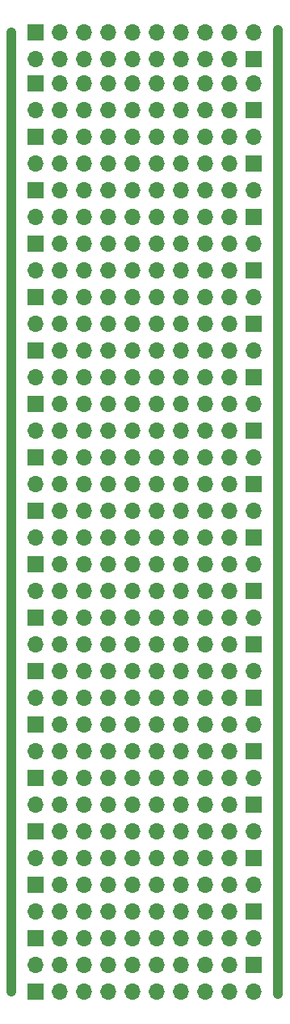
<source format=gbr>
%TF.GenerationSoftware,KiCad,Pcbnew,(5.1.6-0)*%
%TF.CreationDate,2022-12-22T20:14:18-05:00*%
%TF.ProjectId,Test Panel,54657374-2050-4616-9e65-6c2e6b696361,rev?*%
%TF.SameCoordinates,Original*%
%TF.FileFunction,Copper,L1,Top*%
%TF.FilePolarity,Positive*%
%FSLAX46Y46*%
G04 Gerber Fmt 4.6, Leading zero omitted, Abs format (unit mm)*
G04 Created by KiCad (PCBNEW (5.1.6-0)) date 2022-12-22 20:14:18*
%MOMM*%
%LPD*%
G01*
G04 APERTURE LIST*
%TA.AperFunction,ComponentPad*%
%ADD10R,1.700000X1.700000*%
%TD*%
%TA.AperFunction,ComponentPad*%
%ADD11O,1.700000X1.700000*%
%TD*%
%TA.AperFunction,Conductor*%
%ADD12C,1.000000*%
%TD*%
G04 APERTURE END LIST*
D10*
%TO.P,37,1*%
%TO.N,N/C*%
X62230000Y-146304000D03*
D11*
%TO.P,37,2*%
X64770000Y-146304000D03*
%TO.P,37,3*%
X67310000Y-146304000D03*
%TO.P,37,4*%
X69850000Y-146304000D03*
%TO.P,37,5*%
X72390000Y-146304000D03*
%TO.P,37,6*%
X74930000Y-146304000D03*
%TO.P,37,7*%
X77470000Y-146304000D03*
%TO.P,37,8*%
X80010000Y-146304000D03*
%TO.P,37,9*%
X82550000Y-146304000D03*
%TO.P,37,10*%
X85090000Y-146304000D03*
%TD*%
D10*
%TO.P,36,1*%
%TO.N,N/C*%
X85090000Y-143510000D03*
D11*
%TO.P,36,2*%
X82550000Y-143510000D03*
%TO.P,36,3*%
X80010000Y-143510000D03*
%TO.P,36,4*%
X77470000Y-143510000D03*
%TO.P,36,5*%
X74930000Y-143510000D03*
%TO.P,36,6*%
X72390000Y-143510000D03*
%TO.P,36,7*%
X69850000Y-143510000D03*
%TO.P,36,8*%
X67310000Y-143510000D03*
%TO.P,36,9*%
X64770000Y-143510000D03*
%TO.P,36,10*%
X62230000Y-143510000D03*
%TD*%
%TO.P,35,10*%
%TO.N,N/C*%
X85090000Y-140716000D03*
%TO.P,35,9*%
X82550000Y-140716000D03*
%TO.P,35,8*%
X80010000Y-140716000D03*
%TO.P,35,7*%
X77470000Y-140716000D03*
%TO.P,35,6*%
X74930000Y-140716000D03*
%TO.P,35,5*%
X72390000Y-140716000D03*
%TO.P,35,4*%
X69850000Y-140716000D03*
%TO.P,35,3*%
X67310000Y-140716000D03*
%TO.P,35,2*%
X64770000Y-140716000D03*
D10*
%TO.P,35,1*%
X62230000Y-140716000D03*
%TD*%
D11*
%TO.P,34,10*%
%TO.N,N/C*%
X62230000Y-137922000D03*
%TO.P,34,9*%
X64770000Y-137922000D03*
%TO.P,34,8*%
X67310000Y-137922000D03*
%TO.P,34,7*%
X69850000Y-137922000D03*
%TO.P,34,6*%
X72390000Y-137922000D03*
%TO.P,34,5*%
X74930000Y-137922000D03*
%TO.P,34,4*%
X77470000Y-137922000D03*
%TO.P,34,3*%
X80010000Y-137922000D03*
%TO.P,34,2*%
X82550000Y-137922000D03*
D10*
%TO.P,34,1*%
X85090000Y-137922000D03*
%TD*%
D11*
%TO.P,33,10*%
%TO.N,N/C*%
X85090000Y-135128000D03*
%TO.P,33,9*%
X82550000Y-135128000D03*
%TO.P,33,8*%
X80010000Y-135128000D03*
%TO.P,33,7*%
X77470000Y-135128000D03*
%TO.P,33,6*%
X74930000Y-135128000D03*
%TO.P,33,5*%
X72390000Y-135128000D03*
%TO.P,33,4*%
X69850000Y-135128000D03*
%TO.P,33,3*%
X67310000Y-135128000D03*
%TO.P,33,2*%
X64770000Y-135128000D03*
D10*
%TO.P,33,1*%
X62230000Y-135128000D03*
%TD*%
D11*
%TO.P,24,10*%
%TO.N,N/C*%
X62230000Y-109982000D03*
%TO.P,24,9*%
X64770000Y-109982000D03*
%TO.P,24,8*%
X67310000Y-109982000D03*
%TO.P,24,7*%
X69850000Y-109982000D03*
%TO.P,24,6*%
X72390000Y-109982000D03*
%TO.P,24,5*%
X74930000Y-109982000D03*
%TO.P,24,4*%
X77470000Y-109982000D03*
%TO.P,24,3*%
X80010000Y-109982000D03*
%TO.P,24,2*%
X82550000Y-109982000D03*
D10*
%TO.P,24,1*%
X85090000Y-109982000D03*
%TD*%
D11*
%TO.P,23,10*%
%TO.N,N/C*%
X85090000Y-107188000D03*
%TO.P,23,9*%
X82550000Y-107188000D03*
%TO.P,23,8*%
X80010000Y-107188000D03*
%TO.P,23,7*%
X77470000Y-107188000D03*
%TO.P,23,6*%
X74930000Y-107188000D03*
%TO.P,23,5*%
X72390000Y-107188000D03*
%TO.P,23,4*%
X69850000Y-107188000D03*
%TO.P,23,3*%
X67310000Y-107188000D03*
%TO.P,23,2*%
X64770000Y-107188000D03*
D10*
%TO.P,23,1*%
X62230000Y-107188000D03*
%TD*%
D11*
%TO.P,26,10*%
%TO.N,N/C*%
X62230000Y-115570000D03*
%TO.P,26,9*%
X64770000Y-115570000D03*
%TO.P,26,8*%
X67310000Y-115570000D03*
%TO.P,26,7*%
X69850000Y-115570000D03*
%TO.P,26,6*%
X72390000Y-115570000D03*
%TO.P,26,5*%
X74930000Y-115570000D03*
%TO.P,26,4*%
X77470000Y-115570000D03*
%TO.P,26,3*%
X80010000Y-115570000D03*
%TO.P,26,2*%
X82550000Y-115570000D03*
D10*
%TO.P,26,1*%
X85090000Y-115570000D03*
%TD*%
D11*
%TO.P,25,10*%
%TO.N,N/C*%
X85090000Y-112776000D03*
%TO.P,25,9*%
X82550000Y-112776000D03*
%TO.P,25,8*%
X80010000Y-112776000D03*
%TO.P,25,7*%
X77470000Y-112776000D03*
%TO.P,25,6*%
X74930000Y-112776000D03*
%TO.P,25,5*%
X72390000Y-112776000D03*
%TO.P,25,4*%
X69850000Y-112776000D03*
%TO.P,25,3*%
X67310000Y-112776000D03*
%TO.P,25,2*%
X64770000Y-112776000D03*
D10*
%TO.P,25,1*%
X62230000Y-112776000D03*
%TD*%
D11*
%TO.P,30,10*%
%TO.N,N/C*%
X62230000Y-126746000D03*
%TO.P,30,9*%
X64770000Y-126746000D03*
%TO.P,30,8*%
X67310000Y-126746000D03*
%TO.P,30,7*%
X69850000Y-126746000D03*
%TO.P,30,6*%
X72390000Y-126746000D03*
%TO.P,30,5*%
X74930000Y-126746000D03*
%TO.P,30,4*%
X77470000Y-126746000D03*
%TO.P,30,3*%
X80010000Y-126746000D03*
%TO.P,30,2*%
X82550000Y-126746000D03*
D10*
%TO.P,30,1*%
X85090000Y-126746000D03*
%TD*%
D11*
%TO.P,29,10*%
%TO.N,N/C*%
X85090000Y-123952000D03*
%TO.P,29,9*%
X82550000Y-123952000D03*
%TO.P,29,8*%
X80010000Y-123952000D03*
%TO.P,29,7*%
X77470000Y-123952000D03*
%TO.P,29,6*%
X74930000Y-123952000D03*
%TO.P,29,5*%
X72390000Y-123952000D03*
%TO.P,29,4*%
X69850000Y-123952000D03*
%TO.P,29,3*%
X67310000Y-123952000D03*
%TO.P,29,2*%
X64770000Y-123952000D03*
D10*
%TO.P,29,1*%
X62230000Y-123952000D03*
%TD*%
D11*
%TO.P,27,10*%
%TO.N,N/C*%
X85090000Y-118364000D03*
%TO.P,27,9*%
X82550000Y-118364000D03*
%TO.P,27,8*%
X80010000Y-118364000D03*
%TO.P,27,7*%
X77470000Y-118364000D03*
%TO.P,27,6*%
X74930000Y-118364000D03*
%TO.P,27,5*%
X72390000Y-118364000D03*
%TO.P,27,4*%
X69850000Y-118364000D03*
%TO.P,27,3*%
X67310000Y-118364000D03*
%TO.P,27,2*%
X64770000Y-118364000D03*
D10*
%TO.P,27,1*%
X62230000Y-118364000D03*
%TD*%
D11*
%TO.P,32,10*%
%TO.N,N/C*%
X62230000Y-132334000D03*
%TO.P,32,9*%
X64770000Y-132334000D03*
%TO.P,32,8*%
X67310000Y-132334000D03*
%TO.P,32,7*%
X69850000Y-132334000D03*
%TO.P,32,6*%
X72390000Y-132334000D03*
%TO.P,32,5*%
X74930000Y-132334000D03*
%TO.P,32,4*%
X77470000Y-132334000D03*
%TO.P,32,3*%
X80010000Y-132334000D03*
%TO.P,32,2*%
X82550000Y-132334000D03*
D10*
%TO.P,32,1*%
X85090000Y-132334000D03*
%TD*%
D11*
%TO.P,31,10*%
%TO.N,N/C*%
X85090000Y-129540000D03*
%TO.P,31,9*%
X82550000Y-129540000D03*
%TO.P,31,8*%
X80010000Y-129540000D03*
%TO.P,31,7*%
X77470000Y-129540000D03*
%TO.P,31,6*%
X74930000Y-129540000D03*
%TO.P,31,5*%
X72390000Y-129540000D03*
%TO.P,31,4*%
X69850000Y-129540000D03*
%TO.P,31,3*%
X67310000Y-129540000D03*
%TO.P,31,2*%
X64770000Y-129540000D03*
D10*
%TO.P,31,1*%
X62230000Y-129540000D03*
%TD*%
D11*
%TO.P,21,10*%
%TO.N,N/C*%
X85090000Y-101600000D03*
%TO.P,21,9*%
X82550000Y-101600000D03*
%TO.P,21,8*%
X80010000Y-101600000D03*
%TO.P,21,7*%
X77470000Y-101600000D03*
%TO.P,21,6*%
X74930000Y-101600000D03*
%TO.P,21,5*%
X72390000Y-101600000D03*
%TO.P,21,4*%
X69850000Y-101600000D03*
%TO.P,21,3*%
X67310000Y-101600000D03*
%TO.P,21,2*%
X64770000Y-101600000D03*
D10*
%TO.P,21,1*%
X62230000Y-101600000D03*
%TD*%
D11*
%TO.P,22,10*%
%TO.N,N/C*%
X62230000Y-104394000D03*
%TO.P,22,9*%
X64770000Y-104394000D03*
%TO.P,22,8*%
X67310000Y-104394000D03*
%TO.P,22,7*%
X69850000Y-104394000D03*
%TO.P,22,6*%
X72390000Y-104394000D03*
%TO.P,22,5*%
X74930000Y-104394000D03*
%TO.P,22,4*%
X77470000Y-104394000D03*
%TO.P,22,3*%
X80010000Y-104394000D03*
%TO.P,22,2*%
X82550000Y-104394000D03*
D10*
%TO.P,22,1*%
X85090000Y-104394000D03*
%TD*%
D11*
%TO.P,28,10*%
%TO.N,N/C*%
X62230000Y-121158000D03*
%TO.P,28,9*%
X64770000Y-121158000D03*
%TO.P,28,8*%
X67310000Y-121158000D03*
%TO.P,28,7*%
X69850000Y-121158000D03*
%TO.P,28,6*%
X72390000Y-121158000D03*
%TO.P,28,5*%
X74930000Y-121158000D03*
%TO.P,28,4*%
X77470000Y-121158000D03*
%TO.P,28,3*%
X80010000Y-121158000D03*
%TO.P,28,2*%
X82550000Y-121158000D03*
D10*
%TO.P,28,1*%
X85090000Y-121158000D03*
%TD*%
%TO.P,19,1*%
%TO.N,N/C*%
X62230000Y-96012000D03*
D11*
%TO.P,19,2*%
X64770000Y-96012000D03*
%TO.P,19,3*%
X67310000Y-96012000D03*
%TO.P,19,4*%
X69850000Y-96012000D03*
%TO.P,19,5*%
X72390000Y-96012000D03*
%TO.P,19,6*%
X74930000Y-96012000D03*
%TO.P,19,7*%
X77470000Y-96012000D03*
%TO.P,19,8*%
X80010000Y-96012000D03*
%TO.P,19,9*%
X82550000Y-96012000D03*
%TO.P,19,10*%
X85090000Y-96012000D03*
%TD*%
D10*
%TO.P,20,1*%
%TO.N,N/C*%
X85090000Y-98806000D03*
D11*
%TO.P,20,2*%
X82550000Y-98806000D03*
%TO.P,20,3*%
X80010000Y-98806000D03*
%TO.P,20,4*%
X77470000Y-98806000D03*
%TO.P,20,5*%
X74930000Y-98806000D03*
%TO.P,20,6*%
X72390000Y-98806000D03*
%TO.P,20,7*%
X69850000Y-98806000D03*
%TO.P,20,8*%
X67310000Y-98806000D03*
%TO.P,20,9*%
X64770000Y-98806000D03*
%TO.P,20,10*%
X62230000Y-98806000D03*
%TD*%
D10*
%TO.P,17,1*%
%TO.N,N/C*%
X62230000Y-90424000D03*
D11*
%TO.P,17,2*%
X64770000Y-90424000D03*
%TO.P,17,3*%
X67310000Y-90424000D03*
%TO.P,17,4*%
X69850000Y-90424000D03*
%TO.P,17,5*%
X72390000Y-90424000D03*
%TO.P,17,6*%
X74930000Y-90424000D03*
%TO.P,17,7*%
X77470000Y-90424000D03*
%TO.P,17,8*%
X80010000Y-90424000D03*
%TO.P,17,9*%
X82550000Y-90424000D03*
%TO.P,17,10*%
X85090000Y-90424000D03*
%TD*%
D10*
%TO.P,18,1*%
%TO.N,N/C*%
X85090000Y-93218000D03*
D11*
%TO.P,18,2*%
X82550000Y-93218000D03*
%TO.P,18,3*%
X80010000Y-93218000D03*
%TO.P,18,4*%
X77470000Y-93218000D03*
%TO.P,18,5*%
X74930000Y-93218000D03*
%TO.P,18,6*%
X72390000Y-93218000D03*
%TO.P,18,7*%
X69850000Y-93218000D03*
%TO.P,18,8*%
X67310000Y-93218000D03*
%TO.P,18,9*%
X64770000Y-93218000D03*
%TO.P,18,10*%
X62230000Y-93218000D03*
%TD*%
D10*
%TO.P,15,1*%
%TO.N,N/C*%
X62230000Y-84836000D03*
D11*
%TO.P,15,2*%
X64770000Y-84836000D03*
%TO.P,15,3*%
X67310000Y-84836000D03*
%TO.P,15,4*%
X69850000Y-84836000D03*
%TO.P,15,5*%
X72390000Y-84836000D03*
%TO.P,15,6*%
X74930000Y-84836000D03*
%TO.P,15,7*%
X77470000Y-84836000D03*
%TO.P,15,8*%
X80010000Y-84836000D03*
%TO.P,15,9*%
X82550000Y-84836000D03*
%TO.P,15,10*%
X85090000Y-84836000D03*
%TD*%
D10*
%TO.P,16,1*%
%TO.N,N/C*%
X85090000Y-87630000D03*
D11*
%TO.P,16,2*%
X82550000Y-87630000D03*
%TO.P,16,3*%
X80010000Y-87630000D03*
%TO.P,16,4*%
X77470000Y-87630000D03*
%TO.P,16,5*%
X74930000Y-87630000D03*
%TO.P,16,6*%
X72390000Y-87630000D03*
%TO.P,16,7*%
X69850000Y-87630000D03*
%TO.P,16,8*%
X67310000Y-87630000D03*
%TO.P,16,9*%
X64770000Y-87630000D03*
%TO.P,16,10*%
X62230000Y-87630000D03*
%TD*%
D10*
%TO.P,13,1*%
%TO.N,N/C*%
X62230000Y-79248000D03*
D11*
%TO.P,13,2*%
X64770000Y-79248000D03*
%TO.P,13,3*%
X67310000Y-79248000D03*
%TO.P,13,4*%
X69850000Y-79248000D03*
%TO.P,13,5*%
X72390000Y-79248000D03*
%TO.P,13,6*%
X74930000Y-79248000D03*
%TO.P,13,7*%
X77470000Y-79248000D03*
%TO.P,13,8*%
X80010000Y-79248000D03*
%TO.P,13,9*%
X82550000Y-79248000D03*
%TO.P,13,10*%
X85090000Y-79248000D03*
%TD*%
D10*
%TO.P,14,1*%
%TO.N,N/C*%
X85090000Y-82042000D03*
D11*
%TO.P,14,2*%
X82550000Y-82042000D03*
%TO.P,14,3*%
X80010000Y-82042000D03*
%TO.P,14,4*%
X77470000Y-82042000D03*
%TO.P,14,5*%
X74930000Y-82042000D03*
%TO.P,14,6*%
X72390000Y-82042000D03*
%TO.P,14,7*%
X69850000Y-82042000D03*
%TO.P,14,8*%
X67310000Y-82042000D03*
%TO.P,14,9*%
X64770000Y-82042000D03*
%TO.P,14,10*%
X62230000Y-82042000D03*
%TD*%
D10*
%TO.P,11,1*%
%TO.N,N/C*%
X62230000Y-73660000D03*
D11*
%TO.P,11,2*%
X64770000Y-73660000D03*
%TO.P,11,3*%
X67310000Y-73660000D03*
%TO.P,11,4*%
X69850000Y-73660000D03*
%TO.P,11,5*%
X72390000Y-73660000D03*
%TO.P,11,6*%
X74930000Y-73660000D03*
%TO.P,11,7*%
X77470000Y-73660000D03*
%TO.P,11,8*%
X80010000Y-73660000D03*
%TO.P,11,9*%
X82550000Y-73660000D03*
%TO.P,11,10*%
X85090000Y-73660000D03*
%TD*%
D10*
%TO.P,12,1*%
%TO.N,N/C*%
X85090000Y-76454000D03*
D11*
%TO.P,12,2*%
X82550000Y-76454000D03*
%TO.P,12,3*%
X80010000Y-76454000D03*
%TO.P,12,4*%
X77470000Y-76454000D03*
%TO.P,12,5*%
X74930000Y-76454000D03*
%TO.P,12,6*%
X72390000Y-76454000D03*
%TO.P,12,7*%
X69850000Y-76454000D03*
%TO.P,12,8*%
X67310000Y-76454000D03*
%TO.P,12,9*%
X64770000Y-76454000D03*
%TO.P,12,10*%
X62230000Y-76454000D03*
%TD*%
D10*
%TO.P,9,1*%
%TO.N,N/C*%
X62230000Y-68072000D03*
D11*
%TO.P,9,2*%
X64770000Y-68072000D03*
%TO.P,9,3*%
X67310000Y-68072000D03*
%TO.P,9,4*%
X69850000Y-68072000D03*
%TO.P,9,5*%
X72390000Y-68072000D03*
%TO.P,9,6*%
X74930000Y-68072000D03*
%TO.P,9,7*%
X77470000Y-68072000D03*
%TO.P,9,8*%
X80010000Y-68072000D03*
%TO.P,9,9*%
X82550000Y-68072000D03*
%TO.P,9,10*%
X85090000Y-68072000D03*
%TD*%
D10*
%TO.P,10,1*%
%TO.N,N/C*%
X85090000Y-70866000D03*
D11*
%TO.P,10,2*%
X82550000Y-70866000D03*
%TO.P,10,3*%
X80010000Y-70866000D03*
%TO.P,10,4*%
X77470000Y-70866000D03*
%TO.P,10,5*%
X74930000Y-70866000D03*
%TO.P,10,6*%
X72390000Y-70866000D03*
%TO.P,10,7*%
X69850000Y-70866000D03*
%TO.P,10,8*%
X67310000Y-70866000D03*
%TO.P,10,9*%
X64770000Y-70866000D03*
%TO.P,10,10*%
X62230000Y-70866000D03*
%TD*%
D10*
%TO.P,7,1*%
%TO.N,N/C*%
X62230000Y-62484000D03*
D11*
%TO.P,7,2*%
X64770000Y-62484000D03*
%TO.P,7,3*%
X67310000Y-62484000D03*
%TO.P,7,4*%
X69850000Y-62484000D03*
%TO.P,7,5*%
X72390000Y-62484000D03*
%TO.P,7,6*%
X74930000Y-62484000D03*
%TO.P,7,7*%
X77470000Y-62484000D03*
%TO.P,7,8*%
X80010000Y-62484000D03*
%TO.P,7,9*%
X82550000Y-62484000D03*
%TO.P,7,10*%
X85090000Y-62484000D03*
%TD*%
D10*
%TO.P,8,1*%
%TO.N,N/C*%
X85090000Y-65278000D03*
D11*
%TO.P,8,2*%
X82550000Y-65278000D03*
%TO.P,8,3*%
X80010000Y-65278000D03*
%TO.P,8,4*%
X77470000Y-65278000D03*
%TO.P,8,5*%
X74930000Y-65278000D03*
%TO.P,8,6*%
X72390000Y-65278000D03*
%TO.P,8,7*%
X69850000Y-65278000D03*
%TO.P,8,8*%
X67310000Y-65278000D03*
%TO.P,8,9*%
X64770000Y-65278000D03*
%TO.P,8,10*%
X62230000Y-65278000D03*
%TD*%
D10*
%TO.P,5,1*%
%TO.N,N/C*%
X62230000Y-56896000D03*
D11*
%TO.P,5,2*%
X64770000Y-56896000D03*
%TO.P,5,3*%
X67310000Y-56896000D03*
%TO.P,5,4*%
X69850000Y-56896000D03*
%TO.P,5,5*%
X72390000Y-56896000D03*
%TO.P,5,6*%
X74930000Y-56896000D03*
%TO.P,5,7*%
X77470000Y-56896000D03*
%TO.P,5,8*%
X80010000Y-56896000D03*
%TO.P,5,9*%
X82550000Y-56896000D03*
%TO.P,5,10*%
X85090000Y-56896000D03*
%TD*%
D10*
%TO.P,6,1*%
%TO.N,N/C*%
X85090000Y-59690000D03*
D11*
%TO.P,6,2*%
X82550000Y-59690000D03*
%TO.P,6,3*%
X80010000Y-59690000D03*
%TO.P,6,4*%
X77470000Y-59690000D03*
%TO.P,6,5*%
X74930000Y-59690000D03*
%TO.P,6,6*%
X72390000Y-59690000D03*
%TO.P,6,7*%
X69850000Y-59690000D03*
%TO.P,6,8*%
X67310000Y-59690000D03*
%TO.P,6,9*%
X64770000Y-59690000D03*
%TO.P,6,10*%
X62230000Y-59690000D03*
%TD*%
D10*
%TO.P,3,1*%
%TO.N,N/C*%
X62230000Y-51308000D03*
D11*
%TO.P,3,2*%
X64770000Y-51308000D03*
%TO.P,3,3*%
X67310000Y-51308000D03*
%TO.P,3,4*%
X69850000Y-51308000D03*
%TO.P,3,5*%
X72390000Y-51308000D03*
%TO.P,3,6*%
X74930000Y-51308000D03*
%TO.P,3,7*%
X77470000Y-51308000D03*
%TO.P,3,8*%
X80010000Y-51308000D03*
%TO.P,3,9*%
X82550000Y-51308000D03*
%TO.P,3,10*%
X85090000Y-51308000D03*
%TD*%
D10*
%TO.P,4,1*%
%TO.N,N/C*%
X85090000Y-54102000D03*
D11*
%TO.P,4,2*%
X82550000Y-54102000D03*
%TO.P,4,3*%
X80010000Y-54102000D03*
%TO.P,4,4*%
X77470000Y-54102000D03*
%TO.P,4,5*%
X74930000Y-54102000D03*
%TO.P,4,6*%
X72390000Y-54102000D03*
%TO.P,4,7*%
X69850000Y-54102000D03*
%TO.P,4,8*%
X67310000Y-54102000D03*
%TO.P,4,9*%
X64770000Y-54102000D03*
%TO.P,4,10*%
X62230000Y-54102000D03*
%TD*%
%TO.P,2,10*%
%TO.N,N/C*%
X62230000Y-48768000D03*
%TO.P,2,9*%
X64770000Y-48768000D03*
%TO.P,2,8*%
X67310000Y-48768000D03*
%TO.P,2,7*%
X69850000Y-48768000D03*
%TO.P,2,6*%
X72390000Y-48768000D03*
%TO.P,2,5*%
X74930000Y-48768000D03*
%TO.P,2,4*%
X77470000Y-48768000D03*
%TO.P,2,3*%
X80010000Y-48768000D03*
%TO.P,2,2*%
X82550000Y-48768000D03*
D10*
%TO.P,2,1*%
X85090000Y-48768000D03*
%TD*%
D11*
%TO.P,1,10*%
%TO.N,N/C*%
X85090000Y-45974000D03*
%TO.P,1,9*%
X82550000Y-45974000D03*
%TO.P,1,8*%
X80010000Y-45974000D03*
%TO.P,1,7*%
X77470000Y-45974000D03*
%TO.P,1,6*%
X74930000Y-45974000D03*
%TO.P,1,5*%
X72390000Y-45974000D03*
%TO.P,1,4*%
X69850000Y-45974000D03*
%TO.P,1,3*%
X67310000Y-45974000D03*
%TO.P,1,2*%
X64770000Y-45974000D03*
D10*
%TO.P,1,1*%
X62230000Y-45974000D03*
%TD*%
D12*
%TO.N,*%
X87630000Y-45720000D02*
X87630000Y-146558000D01*
X59690000Y-146304000D02*
X59690000Y-52070000D01*
X59690000Y-52070000D02*
X59690000Y-45974000D01*
%TD*%
M02*

</source>
